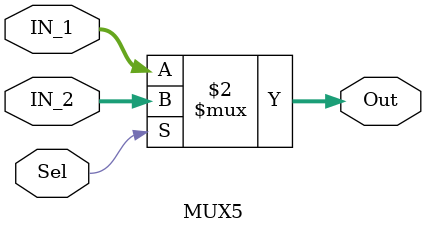
<source format=v>
module MUX5(IN_1, IN_2, Sel, Out);
input[4:0] IN_1;
input[4:0] IN_2;
input Sel;
output[4:0] Out;

assign Out = (Sel == 1)?IN_2:IN_1;

endmodule

</source>
